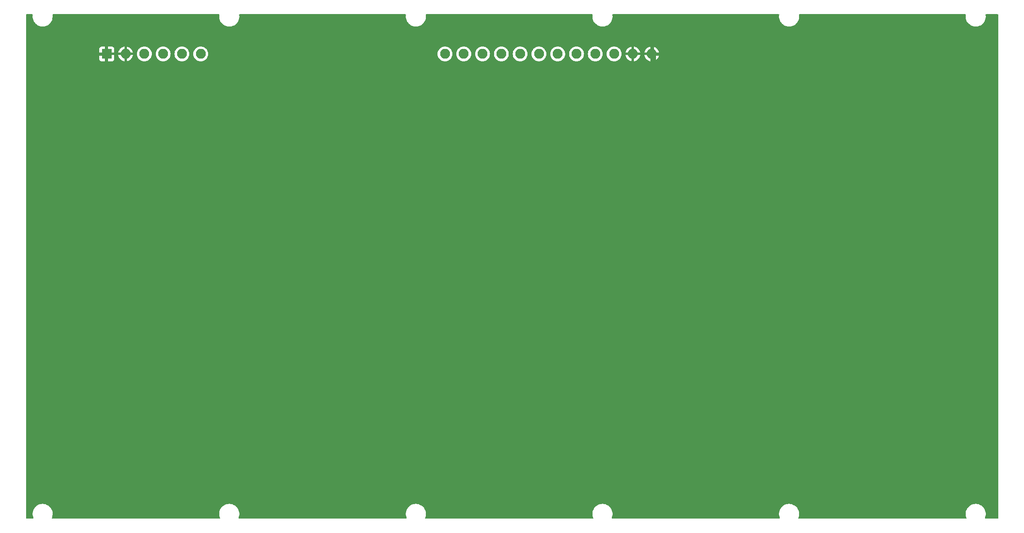
<source format=gbl>
G04 #@! TF.GenerationSoftware,KiCad,Pcbnew,(6.0.6)*
G04 #@! TF.CreationDate,2022-08-19T10:49:20-05:00*
G04 #@! TF.ProjectId,gndplate,676e6470-6c61-4746-952e-6b696361645f,rev?*
G04 #@! TF.SameCoordinates,Original*
G04 #@! TF.FileFunction,Copper,L2,Bot*
G04 #@! TF.FilePolarity,Positive*
%FSLAX46Y46*%
G04 Gerber Fmt 4.6, Leading zero omitted, Abs format (unit mm)*
G04 Created by KiCad (PCBNEW (6.0.6)) date 2022-08-19 10:49:20*
%MOMM*%
%LPD*%
G01*
G04 APERTURE LIST*
G04 #@! TA.AperFunction,ComponentPad*
%ADD10R,2.100000X2.100000*%
G04 #@! TD*
G04 #@! TA.AperFunction,ComponentPad*
%ADD11O,2.100000X2.100000*%
G04 #@! TD*
G04 #@! TA.AperFunction,ViaPad*
%ADD12C,0.800000*%
G04 #@! TD*
G04 #@! TA.AperFunction,Conductor*
%ADD13C,0.700000*%
G04 #@! TD*
G04 APERTURE END LIST*
D10*
X40020000Y-37890000D03*
D11*
X43980000Y-37890000D03*
X47940000Y-37890000D03*
X51900000Y-37890000D03*
X55860000Y-37890000D03*
X59820000Y-37890000D03*
X111300000Y-37890000D03*
X115260000Y-37890000D03*
X119220000Y-37890000D03*
X123180000Y-37890000D03*
X127140000Y-37890000D03*
X131100000Y-37890000D03*
X135060000Y-37890000D03*
X139020000Y-37890000D03*
X142980000Y-37890000D03*
X146940000Y-37890000D03*
X150900000Y-37890000D03*
X154860000Y-37890000D03*
D12*
X70000000Y-110000000D03*
X80000000Y-120000000D03*
X54285000Y-40312500D03*
X80000000Y-100000000D03*
X60000000Y-110000000D03*
X80000000Y-50000000D03*
X60000000Y-80000000D03*
X60000000Y-100000000D03*
X60000000Y-60000000D03*
X60000000Y-70000000D03*
X80000000Y-70000000D03*
X70000000Y-80000000D03*
X80000000Y-110000000D03*
X80000000Y-40000000D03*
X70000000Y-100000000D03*
X70000000Y-40000000D03*
X70000000Y-120000000D03*
X80000000Y-60000000D03*
X60000000Y-90000000D03*
X70000000Y-70000000D03*
X70000000Y-50000000D03*
X80000000Y-90000000D03*
X60000000Y-50000000D03*
X80000000Y-80000000D03*
X70000000Y-60000000D03*
X70000000Y-90000000D03*
X60000000Y-120000000D03*
X100000000Y-110000000D03*
X110000000Y-120000000D03*
X90000000Y-40000000D03*
X130000000Y-50000000D03*
X140000000Y-60000000D03*
X140000000Y-40000000D03*
X110000000Y-100000000D03*
X120000000Y-50000000D03*
X90000000Y-110000000D03*
X110000000Y-50000000D03*
X140000000Y-80000000D03*
X130000000Y-120000000D03*
X90000000Y-80000000D03*
X140000000Y-110000000D03*
X130000000Y-60000000D03*
X90000000Y-100000000D03*
X130000000Y-90000000D03*
X90000000Y-60000000D03*
X140000000Y-70000000D03*
X90000000Y-70000000D03*
X110000000Y-70000000D03*
X130000000Y-40000000D03*
X130000000Y-100000000D03*
X100000000Y-80000000D03*
X110000000Y-110000000D03*
X140000000Y-100000000D03*
X110000000Y-40000000D03*
X100000000Y-100000000D03*
X100000000Y-40000000D03*
X130000000Y-80000000D03*
X130000000Y-110000000D03*
X130000000Y-70000000D03*
X100000000Y-120000000D03*
X110000000Y-60000000D03*
X90000000Y-90000000D03*
X120000000Y-100000000D03*
X120000000Y-60000000D03*
X100000000Y-70000000D03*
X120000000Y-110000000D03*
X120000000Y-70000000D03*
X100000000Y-50000000D03*
X120000000Y-80000000D03*
X140000000Y-50000000D03*
X120000000Y-40000000D03*
X140000000Y-120000000D03*
X120000000Y-90000000D03*
X140000000Y-90000000D03*
X110000000Y-90000000D03*
X90000000Y-50000000D03*
X110000000Y-80000000D03*
X100000000Y-60000000D03*
X100000000Y-90000000D03*
X90000000Y-120000000D03*
X120000000Y-120000000D03*
X160000000Y-110000000D03*
X170000000Y-120000000D03*
X150000000Y-40000000D03*
X190000000Y-50000000D03*
X220000000Y-50000000D03*
X200000000Y-60000000D03*
X200000000Y-40000000D03*
X170000000Y-100000000D03*
X180000000Y-50000000D03*
X150000000Y-110000000D03*
X170000000Y-50000000D03*
X200000000Y-80000000D03*
X190000000Y-120000000D03*
X150000000Y-80000000D03*
X200000000Y-110000000D03*
X210000000Y-90000000D03*
X190000000Y-60000000D03*
X210000000Y-70000000D03*
X150000000Y-100000000D03*
X190000000Y-90000000D03*
X150000000Y-60000000D03*
X210000000Y-100000000D03*
X210000000Y-60000000D03*
X200000000Y-70000000D03*
X150000000Y-70000000D03*
X170000000Y-70000000D03*
X190000000Y-40000000D03*
X220000000Y-70000000D03*
X210000000Y-40000000D03*
X220000000Y-110000000D03*
X220000000Y-90000000D03*
X190000000Y-100000000D03*
X160000000Y-80000000D03*
X210000000Y-50000000D03*
X170000000Y-110000000D03*
X200000000Y-100000000D03*
X220000000Y-60000000D03*
X170000000Y-40000000D03*
X160000000Y-100000000D03*
X160000000Y-40000000D03*
X190000000Y-80000000D03*
X190000000Y-110000000D03*
X190000000Y-70000000D03*
X160000000Y-120000000D03*
X170000000Y-60000000D03*
X150000000Y-90000000D03*
X220000000Y-80000000D03*
X180000000Y-100000000D03*
X210000000Y-80000000D03*
X180000000Y-60000000D03*
X160000000Y-70000000D03*
X180000000Y-110000000D03*
X180000000Y-70000000D03*
X160000000Y-50000000D03*
X220000000Y-100000000D03*
X180000000Y-80000000D03*
X200000000Y-50000000D03*
X180000000Y-40000000D03*
X210000000Y-110000000D03*
X200000000Y-120000000D03*
X180000000Y-90000000D03*
X200000000Y-90000000D03*
X170000000Y-90000000D03*
X220000000Y-120000000D03*
X150000000Y-50000000D03*
X220000000Y-40000000D03*
X210000000Y-120000000D03*
X170000000Y-80000000D03*
X160000000Y-60000000D03*
X160000000Y-90000000D03*
X150000000Y-120000000D03*
X180000000Y-120000000D03*
X170000000Y-130000000D03*
X110000000Y-130000000D03*
X50000000Y-130000000D03*
X70000000Y-130000000D03*
X140000000Y-130000000D03*
X40000000Y-130000000D03*
X220000000Y-130000000D03*
X180000000Y-130000000D03*
X160000000Y-130000000D03*
X210000000Y-130000000D03*
X150000000Y-130000000D03*
X190000000Y-130000000D03*
X80000000Y-130000000D03*
X200000000Y-130000000D03*
X100000000Y-130000000D03*
X120000000Y-130000000D03*
X90000000Y-130000000D03*
X30000000Y-130000000D03*
X60000000Y-130000000D03*
X130000000Y-130000000D03*
X40000000Y-60000000D03*
X50000000Y-110000000D03*
X40000000Y-100000000D03*
X50000000Y-120000000D03*
X50000000Y-60000000D03*
X30000000Y-60000000D03*
X30000000Y-110000000D03*
X30000000Y-70000000D03*
X30000000Y-90000000D03*
X40000000Y-90000000D03*
X30000000Y-100000000D03*
X40000000Y-80000000D03*
X40000000Y-120000000D03*
X44285000Y-40312500D03*
X30000000Y-50000000D03*
X34285000Y-40312500D03*
X50000000Y-70000000D03*
X30000000Y-120000000D03*
X40000000Y-50000000D03*
X30000000Y-80000000D03*
X50000000Y-90000000D03*
X50000000Y-80000000D03*
X50000000Y-100000000D03*
X40000000Y-110000000D03*
X40000000Y-70000000D03*
X30000000Y-40000000D03*
X50000000Y-50000000D03*
D13*
X157735000Y-37920000D02*
X155050000Y-37920000D01*
X155465000Y-38335000D02*
X155465000Y-39950000D01*
X36285000Y-37932500D02*
X36295000Y-37922500D01*
X155775000Y-40260000D02*
X156015000Y-40260000D01*
X155050000Y-35165000D02*
X155055000Y-35160000D01*
X39980000Y-41767500D02*
X39980000Y-37922500D01*
X39980000Y-41767500D02*
X40005000Y-41792500D01*
X155050000Y-35165000D02*
X155050000Y-37920000D01*
X39980000Y-37922500D02*
X39980000Y-38037500D01*
X39980000Y-37922500D02*
X36295000Y-37922500D01*
X39980000Y-33297500D02*
X39980000Y-37922500D01*
X155465000Y-39950000D02*
X155775000Y-40260000D01*
X39980000Y-33297500D02*
X39985000Y-33292500D01*
X155050000Y-37920000D02*
X155465000Y-38335000D01*
G04 #@! TA.AperFunction,Conductor*
G36*
X24364299Y-29520002D02*
G01*
X24410792Y-29573658D01*
X24420921Y-29643753D01*
X24392249Y-29845216D01*
X24392227Y-29849505D01*
X24392226Y-29849512D01*
X24390765Y-30128417D01*
X24390743Y-30132703D01*
X24428268Y-30417734D01*
X24504129Y-30695036D01*
X24616923Y-30959476D01*
X24764561Y-31206161D01*
X24944313Y-31430528D01*
X25152851Y-31628423D01*
X25386317Y-31796186D01*
X25390112Y-31798195D01*
X25390113Y-31798196D01*
X25411869Y-31809715D01*
X25640392Y-31930712D01*
X25910373Y-32029511D01*
X26191264Y-32090755D01*
X26219841Y-32093004D01*
X26414282Y-32108307D01*
X26414291Y-32108307D01*
X26416739Y-32108500D01*
X26572271Y-32108500D01*
X26574407Y-32108354D01*
X26574418Y-32108354D01*
X26782548Y-32094165D01*
X26782554Y-32094164D01*
X26786825Y-32093873D01*
X26791020Y-32093004D01*
X26791022Y-32093004D01*
X26927584Y-32064723D01*
X27068342Y-32035574D01*
X27339343Y-31939607D01*
X27594812Y-31807750D01*
X27598313Y-31805289D01*
X27598317Y-31805287D01*
X27712418Y-31725095D01*
X27830023Y-31642441D01*
X28040622Y-31446740D01*
X28222713Y-31224268D01*
X28372927Y-30979142D01*
X28488483Y-30715898D01*
X28567244Y-30439406D01*
X28607751Y-30154784D01*
X28607845Y-30136951D01*
X28609235Y-29871583D01*
X28609235Y-29871576D01*
X28609257Y-29867297D01*
X28579655Y-29642446D01*
X28590594Y-29572297D01*
X28637723Y-29519199D01*
X28704577Y-29500000D01*
X63626178Y-29500000D01*
X63694299Y-29520002D01*
X63740792Y-29573658D01*
X63750921Y-29643753D01*
X63722249Y-29845216D01*
X63722227Y-29849505D01*
X63722226Y-29849512D01*
X63720765Y-30128417D01*
X63720743Y-30132703D01*
X63758268Y-30417734D01*
X63834129Y-30695036D01*
X63946923Y-30959476D01*
X64094561Y-31206161D01*
X64274313Y-31430528D01*
X64482851Y-31628423D01*
X64716317Y-31796186D01*
X64720112Y-31798195D01*
X64720113Y-31798196D01*
X64741869Y-31809715D01*
X64970392Y-31930712D01*
X65240373Y-32029511D01*
X65521264Y-32090755D01*
X65549841Y-32093004D01*
X65744282Y-32108307D01*
X65744291Y-32108307D01*
X65746739Y-32108500D01*
X65902271Y-32108500D01*
X65904407Y-32108354D01*
X65904418Y-32108354D01*
X66112548Y-32094165D01*
X66112554Y-32094164D01*
X66116825Y-32093873D01*
X66121020Y-32093004D01*
X66121022Y-32093004D01*
X66257584Y-32064723D01*
X66398342Y-32035574D01*
X66669343Y-31939607D01*
X66924812Y-31807750D01*
X66928313Y-31805289D01*
X66928317Y-31805287D01*
X67042418Y-31725095D01*
X67160023Y-31642441D01*
X67370622Y-31446740D01*
X67552713Y-31224268D01*
X67702927Y-30979142D01*
X67818483Y-30715898D01*
X67897244Y-30439406D01*
X67937751Y-30154784D01*
X67937845Y-30136951D01*
X67939235Y-29871583D01*
X67939235Y-29871576D01*
X67939257Y-29867297D01*
X67909655Y-29642446D01*
X67920594Y-29572297D01*
X67967723Y-29519199D01*
X68034577Y-29500000D01*
X102956178Y-29500000D01*
X103024299Y-29520002D01*
X103070792Y-29573658D01*
X103080921Y-29643753D01*
X103052249Y-29845216D01*
X103052227Y-29849505D01*
X103052226Y-29849512D01*
X103050765Y-30128417D01*
X103050743Y-30132703D01*
X103088268Y-30417734D01*
X103164129Y-30695036D01*
X103276923Y-30959476D01*
X103424561Y-31206161D01*
X103604313Y-31430528D01*
X103812851Y-31628423D01*
X104046317Y-31796186D01*
X104050112Y-31798195D01*
X104050113Y-31798196D01*
X104071869Y-31809715D01*
X104300392Y-31930712D01*
X104570373Y-32029511D01*
X104851264Y-32090755D01*
X104879841Y-32093004D01*
X105074282Y-32108307D01*
X105074291Y-32108307D01*
X105076739Y-32108500D01*
X105232271Y-32108500D01*
X105234407Y-32108354D01*
X105234418Y-32108354D01*
X105442548Y-32094165D01*
X105442554Y-32094164D01*
X105446825Y-32093873D01*
X105451020Y-32093004D01*
X105451022Y-32093004D01*
X105587584Y-32064723D01*
X105728342Y-32035574D01*
X105999343Y-31939607D01*
X106254812Y-31807750D01*
X106258313Y-31805289D01*
X106258317Y-31805287D01*
X106372418Y-31725095D01*
X106490023Y-31642441D01*
X106700622Y-31446740D01*
X106882713Y-31224268D01*
X107032927Y-30979142D01*
X107148483Y-30715898D01*
X107227244Y-30439406D01*
X107267751Y-30154784D01*
X107267845Y-30136951D01*
X107269235Y-29871583D01*
X107269235Y-29871576D01*
X107269257Y-29867297D01*
X107239655Y-29642446D01*
X107250594Y-29572297D01*
X107297723Y-29519199D01*
X107364577Y-29500000D01*
X142286178Y-29500000D01*
X142354299Y-29520002D01*
X142400792Y-29573658D01*
X142410921Y-29643753D01*
X142382249Y-29845216D01*
X142382227Y-29849505D01*
X142382226Y-29849512D01*
X142380765Y-30128417D01*
X142380743Y-30132703D01*
X142418268Y-30417734D01*
X142494129Y-30695036D01*
X142606923Y-30959476D01*
X142754561Y-31206161D01*
X142934313Y-31430528D01*
X143142851Y-31628423D01*
X143376317Y-31796186D01*
X143380112Y-31798195D01*
X143380113Y-31798196D01*
X143401869Y-31809715D01*
X143630392Y-31930712D01*
X143900373Y-32029511D01*
X144181264Y-32090755D01*
X144209841Y-32093004D01*
X144404282Y-32108307D01*
X144404291Y-32108307D01*
X144406739Y-32108500D01*
X144562271Y-32108500D01*
X144564407Y-32108354D01*
X144564418Y-32108354D01*
X144772548Y-32094165D01*
X144772554Y-32094164D01*
X144776825Y-32093873D01*
X144781020Y-32093004D01*
X144781022Y-32093004D01*
X144917584Y-32064723D01*
X145058342Y-32035574D01*
X145329343Y-31939607D01*
X145584812Y-31807750D01*
X145588313Y-31805289D01*
X145588317Y-31805287D01*
X145702418Y-31725095D01*
X145820023Y-31642441D01*
X146030622Y-31446740D01*
X146212713Y-31224268D01*
X146362927Y-30979142D01*
X146478483Y-30715898D01*
X146557244Y-30439406D01*
X146597751Y-30154784D01*
X146597845Y-30136951D01*
X146599235Y-29871583D01*
X146599235Y-29871576D01*
X146599257Y-29867297D01*
X146569655Y-29642446D01*
X146580594Y-29572297D01*
X146627723Y-29519199D01*
X146694577Y-29500000D01*
X181616178Y-29500000D01*
X181684299Y-29520002D01*
X181730792Y-29573658D01*
X181740921Y-29643753D01*
X181712249Y-29845216D01*
X181712227Y-29849505D01*
X181712226Y-29849512D01*
X181710765Y-30128417D01*
X181710743Y-30132703D01*
X181748268Y-30417734D01*
X181824129Y-30695036D01*
X181936923Y-30959476D01*
X182084561Y-31206161D01*
X182264313Y-31430528D01*
X182472851Y-31628423D01*
X182706317Y-31796186D01*
X182710112Y-31798195D01*
X182710113Y-31798196D01*
X182731869Y-31809715D01*
X182960392Y-31930712D01*
X183230373Y-32029511D01*
X183511264Y-32090755D01*
X183539841Y-32093004D01*
X183734282Y-32108307D01*
X183734291Y-32108307D01*
X183736739Y-32108500D01*
X183892271Y-32108500D01*
X183894407Y-32108354D01*
X183894418Y-32108354D01*
X184102548Y-32094165D01*
X184102554Y-32094164D01*
X184106825Y-32093873D01*
X184111020Y-32093004D01*
X184111022Y-32093004D01*
X184247584Y-32064723D01*
X184388342Y-32035574D01*
X184659343Y-31939607D01*
X184914812Y-31807750D01*
X184918313Y-31805289D01*
X184918317Y-31805287D01*
X185032418Y-31725095D01*
X185150023Y-31642441D01*
X185360622Y-31446740D01*
X185542713Y-31224268D01*
X185692927Y-30979142D01*
X185808483Y-30715898D01*
X185887244Y-30439406D01*
X185927751Y-30154784D01*
X185927845Y-30136951D01*
X185929235Y-29871583D01*
X185929235Y-29871576D01*
X185929257Y-29867297D01*
X185899655Y-29642446D01*
X185910594Y-29572297D01*
X185957723Y-29519199D01*
X186024577Y-29500000D01*
X220946178Y-29500000D01*
X221014299Y-29520002D01*
X221060792Y-29573658D01*
X221070921Y-29643753D01*
X221042249Y-29845216D01*
X221042227Y-29849505D01*
X221042226Y-29849512D01*
X221040765Y-30128417D01*
X221040743Y-30132703D01*
X221078268Y-30417734D01*
X221154129Y-30695036D01*
X221266923Y-30959476D01*
X221414561Y-31206161D01*
X221594313Y-31430528D01*
X221802851Y-31628423D01*
X222036317Y-31796186D01*
X222040112Y-31798195D01*
X222040113Y-31798196D01*
X222061869Y-31809715D01*
X222290392Y-31930712D01*
X222560373Y-32029511D01*
X222841264Y-32090755D01*
X222869841Y-32093004D01*
X223064282Y-32108307D01*
X223064291Y-32108307D01*
X223066739Y-32108500D01*
X223222271Y-32108500D01*
X223224407Y-32108354D01*
X223224418Y-32108354D01*
X223432548Y-32094165D01*
X223432554Y-32094164D01*
X223436825Y-32093873D01*
X223441020Y-32093004D01*
X223441022Y-32093004D01*
X223577584Y-32064723D01*
X223718342Y-32035574D01*
X223989343Y-31939607D01*
X224244812Y-31807750D01*
X224248313Y-31805289D01*
X224248317Y-31805287D01*
X224362418Y-31725095D01*
X224480023Y-31642441D01*
X224690622Y-31446740D01*
X224872713Y-31224268D01*
X225022927Y-30979142D01*
X225138483Y-30715898D01*
X225217244Y-30439406D01*
X225257751Y-30154784D01*
X225257845Y-30136951D01*
X225259235Y-29871583D01*
X225259235Y-29871576D01*
X225259257Y-29867297D01*
X225229655Y-29642446D01*
X225240594Y-29572297D01*
X225287723Y-29519199D01*
X225354577Y-29500000D01*
X227765500Y-29500000D01*
X227833621Y-29520002D01*
X227880114Y-29573658D01*
X227891500Y-29626000D01*
X227891500Y-135874000D01*
X227871498Y-135942121D01*
X227817842Y-135988614D01*
X227765500Y-136000000D01*
X225206686Y-136000000D01*
X225138565Y-135979998D01*
X225092072Y-135926342D01*
X225081968Y-135856068D01*
X225091311Y-135823359D01*
X225138483Y-135715898D01*
X225217244Y-135439406D01*
X225257751Y-135154784D01*
X225257845Y-135136951D01*
X225259235Y-134871583D01*
X225259235Y-134871576D01*
X225259257Y-134867297D01*
X225221732Y-134582266D01*
X225145871Y-134304964D01*
X225033077Y-134040524D01*
X224885439Y-133793839D01*
X224705687Y-133569472D01*
X224497149Y-133371577D01*
X224263683Y-133203814D01*
X224241843Y-133192250D01*
X224218654Y-133179972D01*
X224009608Y-133069288D01*
X223739627Y-132970489D01*
X223458736Y-132909245D01*
X223427685Y-132906801D01*
X223235718Y-132891693D01*
X223235709Y-132891693D01*
X223233261Y-132891500D01*
X223077729Y-132891500D01*
X223075593Y-132891646D01*
X223075582Y-132891646D01*
X222867452Y-132905835D01*
X222867446Y-132905836D01*
X222863175Y-132906127D01*
X222858980Y-132906996D01*
X222858978Y-132906996D01*
X222722417Y-132935276D01*
X222581658Y-132964426D01*
X222310657Y-133060393D01*
X222055188Y-133192250D01*
X222051687Y-133194711D01*
X222051683Y-133194713D01*
X222041594Y-133201804D01*
X221819977Y-133357559D01*
X221609378Y-133553260D01*
X221427287Y-133775732D01*
X221277073Y-134020858D01*
X221161517Y-134284102D01*
X221082756Y-134560594D01*
X221042249Y-134845216D01*
X221042227Y-134849505D01*
X221042226Y-134849512D01*
X221040765Y-135128417D01*
X221040743Y-135132703D01*
X221078268Y-135417734D01*
X221154129Y-135695036D01*
X221155813Y-135698984D01*
X221209378Y-135824565D01*
X221217707Y-135895072D01*
X221186594Y-135958888D01*
X221125919Y-135995753D01*
X221093481Y-136000000D01*
X185876686Y-136000000D01*
X185808565Y-135979998D01*
X185762072Y-135926342D01*
X185751968Y-135856068D01*
X185761311Y-135823359D01*
X185808483Y-135715898D01*
X185887244Y-135439406D01*
X185927751Y-135154784D01*
X185927845Y-135136951D01*
X185929235Y-134871583D01*
X185929235Y-134871576D01*
X185929257Y-134867297D01*
X185891732Y-134582266D01*
X185815871Y-134304964D01*
X185703077Y-134040524D01*
X185555439Y-133793839D01*
X185375687Y-133569472D01*
X185167149Y-133371577D01*
X184933683Y-133203814D01*
X184911843Y-133192250D01*
X184888654Y-133179972D01*
X184679608Y-133069288D01*
X184409627Y-132970489D01*
X184128736Y-132909245D01*
X184097685Y-132906801D01*
X183905718Y-132891693D01*
X183905709Y-132891693D01*
X183903261Y-132891500D01*
X183747729Y-132891500D01*
X183745593Y-132891646D01*
X183745582Y-132891646D01*
X183537452Y-132905835D01*
X183537446Y-132905836D01*
X183533175Y-132906127D01*
X183528980Y-132906996D01*
X183528978Y-132906996D01*
X183392417Y-132935276D01*
X183251658Y-132964426D01*
X182980657Y-133060393D01*
X182725188Y-133192250D01*
X182721687Y-133194711D01*
X182721683Y-133194713D01*
X182711594Y-133201804D01*
X182489977Y-133357559D01*
X182279378Y-133553260D01*
X182097287Y-133775732D01*
X181947073Y-134020858D01*
X181831517Y-134284102D01*
X181752756Y-134560594D01*
X181712249Y-134845216D01*
X181712227Y-134849505D01*
X181712226Y-134849512D01*
X181710765Y-135128417D01*
X181710743Y-135132703D01*
X181748268Y-135417734D01*
X181824129Y-135695036D01*
X181825813Y-135698984D01*
X181879378Y-135824565D01*
X181887707Y-135895072D01*
X181856594Y-135958888D01*
X181795919Y-135995753D01*
X181763481Y-136000000D01*
X146546686Y-136000000D01*
X146478565Y-135979998D01*
X146432072Y-135926342D01*
X146421968Y-135856068D01*
X146431311Y-135823359D01*
X146478483Y-135715898D01*
X146557244Y-135439406D01*
X146597751Y-135154784D01*
X146597845Y-135136951D01*
X146599235Y-134871583D01*
X146599235Y-134871576D01*
X146599257Y-134867297D01*
X146561732Y-134582266D01*
X146485871Y-134304964D01*
X146373077Y-134040524D01*
X146225439Y-133793839D01*
X146045687Y-133569472D01*
X145837149Y-133371577D01*
X145603683Y-133203814D01*
X145581843Y-133192250D01*
X145558654Y-133179972D01*
X145349608Y-133069288D01*
X145079627Y-132970489D01*
X144798736Y-132909245D01*
X144767685Y-132906801D01*
X144575718Y-132891693D01*
X144575709Y-132891693D01*
X144573261Y-132891500D01*
X144417729Y-132891500D01*
X144415593Y-132891646D01*
X144415582Y-132891646D01*
X144207452Y-132905835D01*
X144207446Y-132905836D01*
X144203175Y-132906127D01*
X144198980Y-132906996D01*
X144198978Y-132906996D01*
X144062417Y-132935276D01*
X143921658Y-132964426D01*
X143650657Y-133060393D01*
X143395188Y-133192250D01*
X143391687Y-133194711D01*
X143391683Y-133194713D01*
X143381594Y-133201804D01*
X143159977Y-133357559D01*
X142949378Y-133553260D01*
X142767287Y-133775732D01*
X142617073Y-134020858D01*
X142501517Y-134284102D01*
X142422756Y-134560594D01*
X142382249Y-134845216D01*
X142382227Y-134849505D01*
X142382226Y-134849512D01*
X142380765Y-135128417D01*
X142380743Y-135132703D01*
X142418268Y-135417734D01*
X142494129Y-135695036D01*
X142495813Y-135698984D01*
X142549378Y-135824565D01*
X142557707Y-135895072D01*
X142526594Y-135958888D01*
X142465919Y-135995753D01*
X142433481Y-136000000D01*
X107216686Y-136000000D01*
X107148565Y-135979998D01*
X107102072Y-135926342D01*
X107091968Y-135856068D01*
X107101311Y-135823359D01*
X107148483Y-135715898D01*
X107227244Y-135439406D01*
X107267751Y-135154784D01*
X107267845Y-135136951D01*
X107269235Y-134871583D01*
X107269235Y-134871576D01*
X107269257Y-134867297D01*
X107231732Y-134582266D01*
X107155871Y-134304964D01*
X107043077Y-134040524D01*
X106895439Y-133793839D01*
X106715687Y-133569472D01*
X106507149Y-133371577D01*
X106273683Y-133203814D01*
X106251843Y-133192250D01*
X106228654Y-133179972D01*
X106019608Y-133069288D01*
X105749627Y-132970489D01*
X105468736Y-132909245D01*
X105437685Y-132906801D01*
X105245718Y-132891693D01*
X105245709Y-132891693D01*
X105243261Y-132891500D01*
X105087729Y-132891500D01*
X105085593Y-132891646D01*
X105085582Y-132891646D01*
X104877452Y-132905835D01*
X104877446Y-132905836D01*
X104873175Y-132906127D01*
X104868980Y-132906996D01*
X104868978Y-132906996D01*
X104732417Y-132935276D01*
X104591658Y-132964426D01*
X104320657Y-133060393D01*
X104065188Y-133192250D01*
X104061687Y-133194711D01*
X104061683Y-133194713D01*
X104051594Y-133201804D01*
X103829977Y-133357559D01*
X103619378Y-133553260D01*
X103437287Y-133775732D01*
X103287073Y-134020858D01*
X103171517Y-134284102D01*
X103092756Y-134560594D01*
X103052249Y-134845216D01*
X103052227Y-134849505D01*
X103052226Y-134849512D01*
X103050765Y-135128417D01*
X103050743Y-135132703D01*
X103088268Y-135417734D01*
X103164129Y-135695036D01*
X103165813Y-135698984D01*
X103219378Y-135824565D01*
X103227707Y-135895072D01*
X103196594Y-135958888D01*
X103135919Y-135995753D01*
X103103481Y-136000000D01*
X67886686Y-136000000D01*
X67818565Y-135979998D01*
X67772072Y-135926342D01*
X67761968Y-135856068D01*
X67771311Y-135823359D01*
X67818483Y-135715898D01*
X67897244Y-135439406D01*
X67937751Y-135154784D01*
X67937845Y-135136951D01*
X67939235Y-134871583D01*
X67939235Y-134871576D01*
X67939257Y-134867297D01*
X67901732Y-134582266D01*
X67825871Y-134304964D01*
X67713077Y-134040524D01*
X67565439Y-133793839D01*
X67385687Y-133569472D01*
X67177149Y-133371577D01*
X66943683Y-133203814D01*
X66921843Y-133192250D01*
X66898654Y-133179972D01*
X66689608Y-133069288D01*
X66419627Y-132970489D01*
X66138736Y-132909245D01*
X66107685Y-132906801D01*
X65915718Y-132891693D01*
X65915709Y-132891693D01*
X65913261Y-132891500D01*
X65757729Y-132891500D01*
X65755593Y-132891646D01*
X65755582Y-132891646D01*
X65547452Y-132905835D01*
X65547446Y-132905836D01*
X65543175Y-132906127D01*
X65538980Y-132906996D01*
X65538978Y-132906996D01*
X65402417Y-132935276D01*
X65261658Y-132964426D01*
X64990657Y-133060393D01*
X64735188Y-133192250D01*
X64731687Y-133194711D01*
X64731683Y-133194713D01*
X64721594Y-133201804D01*
X64499977Y-133357559D01*
X64289378Y-133553260D01*
X64107287Y-133775732D01*
X63957073Y-134020858D01*
X63841517Y-134284102D01*
X63762756Y-134560594D01*
X63722249Y-134845216D01*
X63722227Y-134849505D01*
X63722226Y-134849512D01*
X63720765Y-135128417D01*
X63720743Y-135132703D01*
X63758268Y-135417734D01*
X63834129Y-135695036D01*
X63835813Y-135698984D01*
X63889378Y-135824565D01*
X63897707Y-135895072D01*
X63866594Y-135958888D01*
X63805919Y-135995753D01*
X63773481Y-136000000D01*
X28556686Y-136000000D01*
X28488565Y-135979998D01*
X28442072Y-135926342D01*
X28431968Y-135856068D01*
X28441311Y-135823359D01*
X28488483Y-135715898D01*
X28567244Y-135439406D01*
X28607751Y-135154784D01*
X28607845Y-135136951D01*
X28609235Y-134871583D01*
X28609235Y-134871576D01*
X28609257Y-134867297D01*
X28571732Y-134582266D01*
X28495871Y-134304964D01*
X28383077Y-134040524D01*
X28235439Y-133793839D01*
X28055687Y-133569472D01*
X27847149Y-133371577D01*
X27613683Y-133203814D01*
X27591843Y-133192250D01*
X27568654Y-133179972D01*
X27359608Y-133069288D01*
X27089627Y-132970489D01*
X26808736Y-132909245D01*
X26777685Y-132906801D01*
X26585718Y-132891693D01*
X26585709Y-132891693D01*
X26583261Y-132891500D01*
X26427729Y-132891500D01*
X26425593Y-132891646D01*
X26425582Y-132891646D01*
X26217452Y-132905835D01*
X26217446Y-132905836D01*
X26213175Y-132906127D01*
X26208980Y-132906996D01*
X26208978Y-132906996D01*
X26072417Y-132935276D01*
X25931658Y-132964426D01*
X25660657Y-133060393D01*
X25405188Y-133192250D01*
X25401687Y-133194711D01*
X25401683Y-133194713D01*
X25391594Y-133201804D01*
X25169977Y-133357559D01*
X24959378Y-133553260D01*
X24777287Y-133775732D01*
X24627073Y-134020858D01*
X24511517Y-134284102D01*
X24432756Y-134560594D01*
X24392249Y-134845216D01*
X24392227Y-134849505D01*
X24392226Y-134849512D01*
X24390765Y-135128417D01*
X24390743Y-135132703D01*
X24428268Y-135417734D01*
X24504129Y-135695036D01*
X24505813Y-135698984D01*
X24559378Y-135824565D01*
X24567707Y-135895072D01*
X24536594Y-135958888D01*
X24475919Y-135995753D01*
X24443481Y-136000000D01*
X23134500Y-136000000D01*
X23066379Y-135979998D01*
X23019886Y-135926342D01*
X23008500Y-135874000D01*
X23008500Y-38984669D01*
X38462001Y-38984669D01*
X38462371Y-38991490D01*
X38467895Y-39042352D01*
X38471521Y-39057604D01*
X38516676Y-39178054D01*
X38525214Y-39193649D01*
X38601715Y-39295724D01*
X38614276Y-39308285D01*
X38716351Y-39384786D01*
X38731946Y-39393324D01*
X38852394Y-39438478D01*
X38867649Y-39442105D01*
X38918514Y-39447631D01*
X38925328Y-39448000D01*
X39747885Y-39448000D01*
X39763124Y-39443525D01*
X39764329Y-39442135D01*
X39766000Y-39434452D01*
X39766000Y-39429884D01*
X40274000Y-39429884D01*
X40278475Y-39445123D01*
X40279865Y-39446328D01*
X40287548Y-39447999D01*
X41114669Y-39447999D01*
X41121490Y-39447629D01*
X41172352Y-39442105D01*
X41187604Y-39438479D01*
X41308054Y-39393324D01*
X41323649Y-39384786D01*
X41425724Y-39308285D01*
X41438285Y-39295724D01*
X41514786Y-39193649D01*
X41523324Y-39178054D01*
X41568478Y-39057606D01*
X41572105Y-39042351D01*
X41577631Y-38991486D01*
X41578000Y-38984672D01*
X41578000Y-38162115D01*
X41576625Y-38157431D01*
X42441933Y-38157431D01*
X42492517Y-38368125D01*
X42495566Y-38377510D01*
X42585625Y-38594933D01*
X42590107Y-38603728D01*
X42713065Y-38804376D01*
X42718872Y-38812369D01*
X42871708Y-38991317D01*
X42878683Y-38998292D01*
X43057631Y-39151128D01*
X43065624Y-39156935D01*
X43266272Y-39279893D01*
X43275067Y-39284375D01*
X43492490Y-39374434D01*
X43501875Y-39377483D01*
X43708385Y-39427062D01*
X43722470Y-39426357D01*
X43726000Y-39417478D01*
X43726000Y-39413176D01*
X44234000Y-39413176D01*
X44237973Y-39426707D01*
X44247431Y-39428067D01*
X44458125Y-39377483D01*
X44467510Y-39374434D01*
X44684933Y-39284375D01*
X44693728Y-39279893D01*
X44894376Y-39156935D01*
X44902369Y-39151128D01*
X45081317Y-38998292D01*
X45088292Y-38991317D01*
X45241128Y-38812369D01*
X45246935Y-38804376D01*
X45369893Y-38603728D01*
X45374375Y-38594933D01*
X45464434Y-38377510D01*
X45467483Y-38368125D01*
X45517062Y-38161615D01*
X45516357Y-38147530D01*
X45507478Y-38144000D01*
X44252115Y-38144000D01*
X44236876Y-38148475D01*
X44235671Y-38149865D01*
X44234000Y-38157548D01*
X44234000Y-39413176D01*
X43726000Y-39413176D01*
X43726000Y-38162115D01*
X43721525Y-38146876D01*
X43720135Y-38145671D01*
X43712452Y-38144000D01*
X42456824Y-38144000D01*
X42443293Y-38147973D01*
X42441933Y-38157431D01*
X41576625Y-38157431D01*
X41573525Y-38146876D01*
X41572135Y-38145671D01*
X41564452Y-38144000D01*
X40292115Y-38144000D01*
X40276876Y-38148475D01*
X40275671Y-38149865D01*
X40274000Y-38157548D01*
X40274000Y-39429884D01*
X39766000Y-39429884D01*
X39766000Y-38162115D01*
X39761525Y-38146876D01*
X39760135Y-38145671D01*
X39752452Y-38144000D01*
X38480116Y-38144000D01*
X38464877Y-38148475D01*
X38463672Y-38149865D01*
X38462001Y-38157548D01*
X38462001Y-38984669D01*
X23008500Y-38984669D01*
X23008500Y-37890000D01*
X46376681Y-37890000D01*
X46395928Y-38134557D01*
X46397082Y-38139364D01*
X46397083Y-38139370D01*
X46402424Y-38161615D01*
X46453195Y-38373092D01*
X46547073Y-38599732D01*
X46675248Y-38808896D01*
X46834567Y-38995433D01*
X46838323Y-38998641D01*
X47016861Y-39151128D01*
X47021104Y-39154752D01*
X47025327Y-39157340D01*
X47025330Y-39157342D01*
X47094515Y-39199738D01*
X47230268Y-39282927D01*
X47374967Y-39342864D01*
X47452335Y-39374911D01*
X47452337Y-39374912D01*
X47456908Y-39376805D01*
X47525715Y-39393324D01*
X47690630Y-39432917D01*
X47690636Y-39432918D01*
X47695443Y-39434072D01*
X47940000Y-39453319D01*
X48184557Y-39434072D01*
X48189364Y-39432918D01*
X48189370Y-39432917D01*
X48354285Y-39393324D01*
X48423092Y-39376805D01*
X48427663Y-39374912D01*
X48427665Y-39374911D01*
X48505033Y-39342864D01*
X48649732Y-39282927D01*
X48785485Y-39199738D01*
X48854670Y-39157342D01*
X48854673Y-39157340D01*
X48858896Y-39154752D01*
X48863140Y-39151128D01*
X49041677Y-38998641D01*
X49045433Y-38995433D01*
X49204752Y-38808896D01*
X49332927Y-38599732D01*
X49426805Y-38373092D01*
X49477576Y-38161615D01*
X49482917Y-38139370D01*
X49482918Y-38139364D01*
X49484072Y-38134557D01*
X49503319Y-37890000D01*
X50336681Y-37890000D01*
X50355928Y-38134557D01*
X50357082Y-38139364D01*
X50357083Y-38139370D01*
X50362424Y-38161615D01*
X50413195Y-38373092D01*
X50507073Y-38599732D01*
X50635248Y-38808896D01*
X50794567Y-38995433D01*
X50798323Y-38998641D01*
X50976861Y-39151128D01*
X50981104Y-39154752D01*
X50985327Y-39157340D01*
X50985330Y-39157342D01*
X51054515Y-39199738D01*
X51190268Y-39282927D01*
X51334967Y-39342864D01*
X51412335Y-39374911D01*
X51412337Y-39374912D01*
X51416908Y-39376805D01*
X51485715Y-39393324D01*
X51650630Y-39432917D01*
X51650636Y-39432918D01*
X51655443Y-39434072D01*
X51900000Y-39453319D01*
X52144557Y-39434072D01*
X52149364Y-39432918D01*
X52149370Y-39432917D01*
X52314285Y-39393324D01*
X52383092Y-39376805D01*
X52387663Y-39374912D01*
X52387665Y-39374911D01*
X52465033Y-39342864D01*
X52609732Y-39282927D01*
X52745485Y-39199738D01*
X52814670Y-39157342D01*
X52814673Y-39157340D01*
X52818896Y-39154752D01*
X52823140Y-39151128D01*
X53001677Y-38998641D01*
X53005433Y-38995433D01*
X53164752Y-38808896D01*
X53292927Y-38599732D01*
X53386805Y-38373092D01*
X53437576Y-38161615D01*
X53442917Y-38139370D01*
X53442918Y-38139364D01*
X53444072Y-38134557D01*
X53463319Y-37890000D01*
X54296681Y-37890000D01*
X54315928Y-38134557D01*
X54317082Y-38139364D01*
X54317083Y-38139370D01*
X54322424Y-38161615D01*
X54373195Y-38373092D01*
X54467073Y-38599732D01*
X54595248Y-38808896D01*
X54754567Y-38995433D01*
X54758323Y-38998641D01*
X54936861Y-39151128D01*
X54941104Y-39154752D01*
X54945327Y-39157340D01*
X54945330Y-39157342D01*
X55014515Y-39199738D01*
X55150268Y-39282927D01*
X55294967Y-39342864D01*
X55372335Y-39374911D01*
X55372337Y-39374912D01*
X55376908Y-39376805D01*
X55445715Y-39393324D01*
X55610630Y-39432917D01*
X55610636Y-39432918D01*
X55615443Y-39434072D01*
X55860000Y-39453319D01*
X56104557Y-39434072D01*
X56109364Y-39432918D01*
X56109370Y-39432917D01*
X56274285Y-39393324D01*
X56343092Y-39376805D01*
X56347663Y-39374912D01*
X56347665Y-39374911D01*
X56425033Y-39342864D01*
X56569732Y-39282927D01*
X56705485Y-39199738D01*
X56774670Y-39157342D01*
X56774673Y-39157340D01*
X56778896Y-39154752D01*
X56783140Y-39151128D01*
X56961677Y-38998641D01*
X56965433Y-38995433D01*
X57124752Y-38808896D01*
X57252927Y-38599732D01*
X57346805Y-38373092D01*
X57397576Y-38161615D01*
X57402917Y-38139370D01*
X57402918Y-38139364D01*
X57404072Y-38134557D01*
X57423319Y-37890000D01*
X58256681Y-37890000D01*
X58275928Y-38134557D01*
X58277082Y-38139364D01*
X58277083Y-38139370D01*
X58282424Y-38161615D01*
X58333195Y-38373092D01*
X58427073Y-38599732D01*
X58555248Y-38808896D01*
X58714567Y-38995433D01*
X58718323Y-38998641D01*
X58896861Y-39151128D01*
X58901104Y-39154752D01*
X58905327Y-39157340D01*
X58905330Y-39157342D01*
X58974515Y-39199738D01*
X59110268Y-39282927D01*
X59254967Y-39342864D01*
X59332335Y-39374911D01*
X59332337Y-39374912D01*
X59336908Y-39376805D01*
X59405715Y-39393324D01*
X59570630Y-39432917D01*
X59570636Y-39432918D01*
X59575443Y-39434072D01*
X59820000Y-39453319D01*
X60064557Y-39434072D01*
X60069364Y-39432918D01*
X60069370Y-39432917D01*
X60234285Y-39393324D01*
X60303092Y-39376805D01*
X60307663Y-39374912D01*
X60307665Y-39374911D01*
X60385033Y-39342864D01*
X60529732Y-39282927D01*
X60665485Y-39199738D01*
X60734670Y-39157342D01*
X60734673Y-39157340D01*
X60738896Y-39154752D01*
X60743140Y-39151128D01*
X60921677Y-38998641D01*
X60925433Y-38995433D01*
X61084752Y-38808896D01*
X61212927Y-38599732D01*
X61306805Y-38373092D01*
X61357576Y-38161615D01*
X61362917Y-38139370D01*
X61362918Y-38139364D01*
X61364072Y-38134557D01*
X61383319Y-37890000D01*
X109736681Y-37890000D01*
X109755928Y-38134557D01*
X109757082Y-38139364D01*
X109757083Y-38139370D01*
X109762424Y-38161615D01*
X109813195Y-38373092D01*
X109907073Y-38599732D01*
X110035248Y-38808896D01*
X110194567Y-38995433D01*
X110198323Y-38998641D01*
X110376861Y-39151128D01*
X110381104Y-39154752D01*
X110385327Y-39157340D01*
X110385330Y-39157342D01*
X110454515Y-39199738D01*
X110590268Y-39282927D01*
X110734967Y-39342864D01*
X110812335Y-39374911D01*
X110812337Y-39374912D01*
X110816908Y-39376805D01*
X110885715Y-39393324D01*
X111050630Y-39432917D01*
X111050636Y-39432918D01*
X111055443Y-39434072D01*
X111300000Y-39453319D01*
X111544557Y-39434072D01*
X111549364Y-39432918D01*
X111549370Y-39432917D01*
X111714285Y-39393324D01*
X111783092Y-39376805D01*
X111787663Y-39374912D01*
X111787665Y-39374911D01*
X111865033Y-39342864D01*
X112009732Y-39282927D01*
X112145485Y-39199738D01*
X112214670Y-39157342D01*
X112214673Y-39157340D01*
X112218896Y-39154752D01*
X112223140Y-39151128D01*
X112401677Y-38998641D01*
X112405433Y-38995433D01*
X112564752Y-38808896D01*
X112692927Y-38599732D01*
X112786805Y-38373092D01*
X112837576Y-38161615D01*
X112842917Y-38139370D01*
X112842918Y-38139364D01*
X112844072Y-38134557D01*
X112863319Y-37890000D01*
X113696681Y-37890000D01*
X113715928Y-38134557D01*
X113717082Y-38139364D01*
X113717083Y-38139370D01*
X113722424Y-38161615D01*
X113773195Y-38373092D01*
X113867073Y-38599732D01*
X113995248Y-38808896D01*
X114154567Y-38995433D01*
X114158323Y-38998641D01*
X114336861Y-39151128D01*
X114341104Y-39154752D01*
X114345327Y-39157340D01*
X114345330Y-39157342D01*
X114414515Y-39199738D01*
X114550268Y-39282927D01*
X114694967Y-39342864D01*
X114772335Y-39374911D01*
X114772337Y-39374912D01*
X114776908Y-39376805D01*
X114845715Y-39393324D01*
X115010630Y-39432917D01*
X115010636Y-39432918D01*
X115015443Y-39434072D01*
X115260000Y-39453319D01*
X115504557Y-39434072D01*
X115509364Y-39432918D01*
X115509370Y-39432917D01*
X115674285Y-39393324D01*
X115743092Y-39376805D01*
X115747663Y-39374912D01*
X115747665Y-39374911D01*
X115825033Y-39342864D01*
X115969732Y-39282927D01*
X116105485Y-39199738D01*
X116174670Y-39157342D01*
X116174673Y-39157340D01*
X116178896Y-39154752D01*
X116183140Y-39151128D01*
X116361677Y-38998641D01*
X116365433Y-38995433D01*
X116524752Y-38808896D01*
X116652927Y-38599732D01*
X116746805Y-38373092D01*
X116797576Y-38161615D01*
X116802917Y-38139370D01*
X116802918Y-38139364D01*
X116804072Y-38134557D01*
X116823319Y-37890000D01*
X117656681Y-37890000D01*
X117675928Y-38134557D01*
X117677082Y-38139364D01*
X117677083Y-38139370D01*
X117682424Y-38161615D01*
X117733195Y-38373092D01*
X117827073Y-38599732D01*
X117955248Y-38808896D01*
X118114567Y-38995433D01*
X118118323Y-38998641D01*
X118296861Y-39151128D01*
X118301104Y-39154752D01*
X118305327Y-39157340D01*
X118305330Y-39157342D01*
X118374515Y-39199738D01*
X118510268Y-39282927D01*
X118654967Y-39342864D01*
X118732335Y-39374911D01*
X118732337Y-39374912D01*
X118736908Y-39376805D01*
X118805715Y-39393324D01*
X118970630Y-39432917D01*
X118970636Y-39432918D01*
X118975443Y-39434072D01*
X119220000Y-39453319D01*
X119464557Y-39434072D01*
X119469364Y-39432918D01*
X119469370Y-39432917D01*
X119634285Y-39393324D01*
X119703092Y-39376805D01*
X119707663Y-39374912D01*
X119707665Y-39374911D01*
X119785033Y-39342864D01*
X119929732Y-39282927D01*
X120065485Y-39199738D01*
X120134670Y-39157342D01*
X120134673Y-39157340D01*
X120138896Y-39154752D01*
X120143140Y-39151128D01*
X120321677Y-38998641D01*
X120325433Y-38995433D01*
X120484752Y-38808896D01*
X120612927Y-38599732D01*
X120706805Y-38373092D01*
X120757576Y-38161615D01*
X120762917Y-38139370D01*
X120762918Y-38139364D01*
X120764072Y-38134557D01*
X120783319Y-37890000D01*
X121616681Y-37890000D01*
X121635928Y-38134557D01*
X121637082Y-38139364D01*
X121637083Y-38139370D01*
X121642424Y-38161615D01*
X121693195Y-38373092D01*
X121787073Y-38599732D01*
X121915248Y-38808896D01*
X122074567Y-38995433D01*
X122078323Y-38998641D01*
X122256861Y-39151128D01*
X122261104Y-39154752D01*
X122265327Y-39157340D01*
X122265330Y-39157342D01*
X122334515Y-39199738D01*
X122470268Y-39282927D01*
X122614967Y-39342864D01*
X122692335Y-39374911D01*
X122692337Y-39374912D01*
X122696908Y-39376805D01*
X122765715Y-39393324D01*
X122930630Y-39432917D01*
X122930636Y-39432918D01*
X122935443Y-39434072D01*
X123180000Y-39453319D01*
X123424557Y-39434072D01*
X123429364Y-39432918D01*
X123429370Y-39432917D01*
X123594285Y-39393324D01*
X123663092Y-39376805D01*
X123667663Y-39374912D01*
X123667665Y-39374911D01*
X123745033Y-39342864D01*
X123889732Y-39282927D01*
X124025485Y-39199738D01*
X124094670Y-39157342D01*
X124094673Y-39157340D01*
X124098896Y-39154752D01*
X124103140Y-39151128D01*
X124281677Y-38998641D01*
X124285433Y-38995433D01*
X124444752Y-38808896D01*
X124572927Y-38599732D01*
X124666805Y-38373092D01*
X124717576Y-38161615D01*
X124722917Y-38139370D01*
X124722918Y-38139364D01*
X124724072Y-38134557D01*
X124743319Y-37890000D01*
X125576681Y-37890000D01*
X125595928Y-38134557D01*
X125597082Y-38139364D01*
X125597083Y-38139370D01*
X125602424Y-38161615D01*
X125653195Y-38373092D01*
X125747073Y-38599732D01*
X125875248Y-38808896D01*
X126034567Y-38995433D01*
X126038323Y-38998641D01*
X126216861Y-39151128D01*
X126221104Y-39154752D01*
X126225327Y-39157340D01*
X126225330Y-39157342D01*
X126294515Y-39199738D01*
X126430268Y-39282927D01*
X126574967Y-39342864D01*
X126652335Y-39374911D01*
X126652337Y-39374912D01*
X126656908Y-39376805D01*
X126725715Y-39393324D01*
X126890630Y-39432917D01*
X126890636Y-39432918D01*
X126895443Y-39434072D01*
X127140000Y-39453319D01*
X127384557Y-39434072D01*
X127389364Y-39432918D01*
X127389370Y-39432917D01*
X127554285Y-39393324D01*
X127623092Y-39376805D01*
X127627663Y-39374912D01*
X127627665Y-39374911D01*
X127705033Y-39342864D01*
X127849732Y-39282927D01*
X127985485Y-39199738D01*
X128054670Y-39157342D01*
X128054673Y-39157340D01*
X128058896Y-39154752D01*
X128063140Y-39151128D01*
X128241677Y-38998641D01*
X128245433Y-38995433D01*
X128404752Y-38808896D01*
X128532927Y-38599732D01*
X128626805Y-38373092D01*
X128677576Y-38161615D01*
X128682917Y-38139370D01*
X128682918Y-38139364D01*
X128684072Y-38134557D01*
X128703319Y-37890000D01*
X129536681Y-37890000D01*
X129555928Y-38134557D01*
X129557082Y-38139364D01*
X129557083Y-38139370D01*
X129562424Y-38161615D01*
X129613195Y-38373092D01*
X129707073Y-38599732D01*
X129835248Y-38808896D01*
X129994567Y-38995433D01*
X129998323Y-38998641D01*
X130176861Y-39151128D01*
X130181104Y-39154752D01*
X130185327Y-39157340D01*
X130185330Y-39157342D01*
X130254515Y-39199738D01*
X130390268Y-39282927D01*
X130534967Y-39342864D01*
X130612335Y-39374911D01*
X130612337Y-39374912D01*
X130616908Y-39376805D01*
X130685715Y-39393324D01*
X130850630Y-39432917D01*
X130850636Y-39432918D01*
X130855443Y-39434072D01*
X131100000Y-39453319D01*
X131344557Y-39434072D01*
X131349364Y-39432918D01*
X131349370Y-39432917D01*
X131514285Y-39393324D01*
X131583092Y-39376805D01*
X131587663Y-39374912D01*
X131587665Y-39374911D01*
X131665033Y-39342864D01*
X131809732Y-39282927D01*
X131945485Y-39199738D01*
X132014670Y-39157342D01*
X132014673Y-39157340D01*
X132018896Y-39154752D01*
X132023140Y-39151128D01*
X132201677Y-38998641D01*
X132205433Y-38995433D01*
X132364752Y-38808896D01*
X132492927Y-38599732D01*
X132586805Y-38373092D01*
X132637576Y-38161615D01*
X132642917Y-38139370D01*
X132642918Y-38139364D01*
X132644072Y-38134557D01*
X132663319Y-37890000D01*
X133496681Y-37890000D01*
X133515928Y-38134557D01*
X133517082Y-38139364D01*
X133517083Y-38139370D01*
X133522424Y-38161615D01*
X133573195Y-38373092D01*
X133667073Y-38599732D01*
X133795248Y-38808896D01*
X133954567Y-38995433D01*
X133958323Y-38998641D01*
X134136861Y-39151128D01*
X134141104Y-39154752D01*
X134145327Y-39157340D01*
X134145330Y-39157342D01*
X134214515Y-39199738D01*
X134350268Y-39282927D01*
X134494967Y-39342864D01*
X134572335Y-39374911D01*
X134572337Y-39374912D01*
X134576908Y-39376805D01*
X134645715Y-39393324D01*
X134810630Y-39432917D01*
X134810636Y-39432918D01*
X134815443Y-39434072D01*
X135060000Y-39453319D01*
X135304557Y-39434072D01*
X135309364Y-39432918D01*
X135309370Y-39432917D01*
X135474285Y-39393324D01*
X135543092Y-39376805D01*
X135547663Y-39374912D01*
X135547665Y-39374911D01*
X135625033Y-39342864D01*
X135769732Y-39282927D01*
X135905485Y-39199738D01*
X135974670Y-39157342D01*
X135974673Y-39157340D01*
X135978896Y-39154752D01*
X135983140Y-39151128D01*
X136161677Y-38998641D01*
X136165433Y-38995433D01*
X136324752Y-38808896D01*
X136452927Y-38599732D01*
X136546805Y-38373092D01*
X136597576Y-38161615D01*
X136602917Y-38139370D01*
X136602918Y-38139364D01*
X136604072Y-38134557D01*
X136623319Y-37890000D01*
X137456681Y-37890000D01*
X137475928Y-38134557D01*
X137477082Y-38139364D01*
X137477083Y-38139370D01*
X137482424Y-38161615D01*
X137533195Y-38373092D01*
X137627073Y-38599732D01*
X137755248Y-38808896D01*
X137914567Y-38995433D01*
X137918323Y-38998641D01*
X138096861Y-39151128D01*
X138101104Y-39154752D01*
X138105327Y-39157340D01*
X138105330Y-39157342D01*
X138174515Y-39199738D01*
X138310268Y-39282927D01*
X138454967Y-39342864D01*
X138532335Y-39374911D01*
X138532337Y-39374912D01*
X138536908Y-39376805D01*
X138605715Y-39393324D01*
X138770630Y-39432917D01*
X138770636Y-39432918D01*
X138775443Y-39434072D01*
X139020000Y-39453319D01*
X139264557Y-39434072D01*
X139269364Y-39432918D01*
X139269370Y-39432917D01*
X139434285Y-39393324D01*
X139503092Y-39376805D01*
X139507663Y-39374912D01*
X139507665Y-39374911D01*
X139585033Y-39342864D01*
X139729732Y-39282927D01*
X139865485Y-39199738D01*
X139934670Y-39157342D01*
X139934673Y-39157340D01*
X139938896Y-39154752D01*
X139943140Y-39151128D01*
X140121677Y-38998641D01*
X140125433Y-38995433D01*
X140284752Y-38808896D01*
X140412927Y-38599732D01*
X140506805Y-38373092D01*
X140557576Y-38161615D01*
X140562917Y-38139370D01*
X140562918Y-38139364D01*
X140564072Y-38134557D01*
X140583319Y-37890000D01*
X141416681Y-37890000D01*
X141435928Y-38134557D01*
X141437082Y-38139364D01*
X141437083Y-38139370D01*
X141442424Y-38161615D01*
X141493195Y-38373092D01*
X141587073Y-38599732D01*
X141715248Y-38808896D01*
X141874567Y-38995433D01*
X141878323Y-38998641D01*
X142056861Y-39151128D01*
X142061104Y-39154752D01*
X142065327Y-39157340D01*
X142065330Y-39157342D01*
X142134515Y-39199738D01*
X142270268Y-39282927D01*
X142414967Y-39342864D01*
X142492335Y-39374911D01*
X142492337Y-39374912D01*
X142496908Y-39376805D01*
X142565715Y-39393324D01*
X142730630Y-39432917D01*
X142730636Y-39432918D01*
X142735443Y-39434072D01*
X142980000Y-39453319D01*
X143224557Y-39434072D01*
X143229364Y-39432918D01*
X143229370Y-39432917D01*
X143394285Y-39393324D01*
X143463092Y-39376805D01*
X143467663Y-39374912D01*
X143467665Y-39374911D01*
X143545033Y-39342864D01*
X143689732Y-39282927D01*
X143825485Y-39199738D01*
X143894670Y-39157342D01*
X143894673Y-39157340D01*
X143898896Y-39154752D01*
X143903140Y-39151128D01*
X144081677Y-38998641D01*
X144085433Y-38995433D01*
X144244752Y-38808896D01*
X144372927Y-38599732D01*
X144466805Y-38373092D01*
X144517576Y-38161615D01*
X144522917Y-38139370D01*
X144522918Y-38139364D01*
X144524072Y-38134557D01*
X144543319Y-37890000D01*
X145376681Y-37890000D01*
X145395928Y-38134557D01*
X145397082Y-38139364D01*
X145397083Y-38139370D01*
X145402424Y-38161615D01*
X145453195Y-38373092D01*
X145547073Y-38599732D01*
X145675248Y-38808896D01*
X145834567Y-38995433D01*
X145838323Y-38998641D01*
X146016861Y-39151128D01*
X146021104Y-39154752D01*
X146025327Y-39157340D01*
X146025330Y-39157342D01*
X146094515Y-39199738D01*
X146230268Y-39282927D01*
X146374967Y-39342864D01*
X146452335Y-39374911D01*
X146452337Y-39374912D01*
X146456908Y-39376805D01*
X146525715Y-39393324D01*
X146690630Y-39432917D01*
X146690636Y-39432918D01*
X146695443Y-39434072D01*
X146940000Y-39453319D01*
X147184557Y-39434072D01*
X147189364Y-39432918D01*
X147189370Y-39432917D01*
X147354285Y-39393324D01*
X147423092Y-39376805D01*
X147427663Y-39374912D01*
X147427665Y-39374911D01*
X147505033Y-39342864D01*
X147649732Y-39282927D01*
X147785485Y-39199738D01*
X147854670Y-39157342D01*
X147854673Y-39157340D01*
X147858896Y-39154752D01*
X147863140Y-39151128D01*
X148041677Y-38998641D01*
X148045433Y-38995433D01*
X148204752Y-38808896D01*
X148332927Y-38599732D01*
X148426805Y-38373092D01*
X148477576Y-38161615D01*
X148478581Y-38157431D01*
X149361933Y-38157431D01*
X149412517Y-38368125D01*
X149415566Y-38377510D01*
X149505625Y-38594933D01*
X149510107Y-38603728D01*
X149633065Y-38804376D01*
X149638872Y-38812369D01*
X149791708Y-38991317D01*
X149798683Y-38998292D01*
X149977631Y-39151128D01*
X149985624Y-39156935D01*
X150186272Y-39279893D01*
X150195067Y-39284375D01*
X150412490Y-39374434D01*
X150421875Y-39377483D01*
X150628385Y-39427062D01*
X150642470Y-39426357D01*
X150646000Y-39417478D01*
X150646000Y-39413176D01*
X151154000Y-39413176D01*
X151157973Y-39426707D01*
X151167431Y-39428067D01*
X151378125Y-39377483D01*
X151387510Y-39374434D01*
X151604933Y-39284375D01*
X151613728Y-39279893D01*
X151814376Y-39156935D01*
X151822369Y-39151128D01*
X152001317Y-38998292D01*
X152008292Y-38991317D01*
X152161128Y-38812369D01*
X152166935Y-38804376D01*
X152289893Y-38603728D01*
X152294375Y-38594933D01*
X152384434Y-38377510D01*
X152387483Y-38368125D01*
X152437062Y-38161615D01*
X152436853Y-38157431D01*
X153321933Y-38157431D01*
X153372517Y-38368125D01*
X153375566Y-38377510D01*
X153465625Y-38594933D01*
X153470107Y-38603728D01*
X153593065Y-38804376D01*
X153598872Y-38812369D01*
X153751708Y-38991317D01*
X153758683Y-38998292D01*
X153937631Y-39151128D01*
X153945624Y-39156935D01*
X154146272Y-39279893D01*
X154155067Y-39284375D01*
X154372490Y-39374434D01*
X154381875Y-39377483D01*
X154588385Y-39427062D01*
X154602470Y-39426357D01*
X154606000Y-39417478D01*
X154606000Y-39413176D01*
X155114000Y-39413176D01*
X155117973Y-39426707D01*
X155127431Y-39428067D01*
X155338125Y-39377483D01*
X155347510Y-39374434D01*
X155564933Y-39284375D01*
X155573728Y-39279893D01*
X155774376Y-39156935D01*
X155782369Y-39151128D01*
X155961317Y-38998292D01*
X155968292Y-38991317D01*
X156121128Y-38812369D01*
X156126935Y-38804376D01*
X156249893Y-38603728D01*
X156254375Y-38594933D01*
X156344434Y-38377510D01*
X156347483Y-38368125D01*
X156397062Y-38161615D01*
X156396357Y-38147530D01*
X156387478Y-38144000D01*
X155132115Y-38144000D01*
X155116876Y-38148475D01*
X155115671Y-38149865D01*
X155114000Y-38157548D01*
X155114000Y-39413176D01*
X154606000Y-39413176D01*
X154606000Y-38162115D01*
X154601525Y-38146876D01*
X154600135Y-38145671D01*
X154592452Y-38144000D01*
X153336824Y-38144000D01*
X153323293Y-38147973D01*
X153321933Y-38157431D01*
X152436853Y-38157431D01*
X152436357Y-38147530D01*
X152427478Y-38144000D01*
X151172115Y-38144000D01*
X151156876Y-38148475D01*
X151155671Y-38149865D01*
X151154000Y-38157548D01*
X151154000Y-39413176D01*
X150646000Y-39413176D01*
X150646000Y-38162115D01*
X150641525Y-38146876D01*
X150640135Y-38145671D01*
X150632452Y-38144000D01*
X149376824Y-38144000D01*
X149363293Y-38147973D01*
X149361933Y-38157431D01*
X148478581Y-38157431D01*
X148482917Y-38139370D01*
X148482918Y-38139364D01*
X148484072Y-38134557D01*
X148503319Y-37890000D01*
X148484072Y-37645443D01*
X148481115Y-37633124D01*
X148477576Y-37618385D01*
X149362938Y-37618385D01*
X149363643Y-37632470D01*
X149372522Y-37636000D01*
X150627885Y-37636000D01*
X150643124Y-37631525D01*
X150644329Y-37630135D01*
X150646000Y-37622452D01*
X150646000Y-37617885D01*
X151154000Y-37617885D01*
X151158475Y-37633124D01*
X151159865Y-37634329D01*
X151167548Y-37636000D01*
X152423176Y-37636000D01*
X152436707Y-37632027D01*
X152438067Y-37622569D01*
X152437062Y-37618385D01*
X153322938Y-37618385D01*
X153323643Y-37632470D01*
X153332522Y-37636000D01*
X154587885Y-37636000D01*
X154603124Y-37631525D01*
X154604329Y-37630135D01*
X154606000Y-37622452D01*
X154606000Y-37617885D01*
X155114000Y-37617885D01*
X155118475Y-37633124D01*
X155119865Y-37634329D01*
X155127548Y-37636000D01*
X156383176Y-37636000D01*
X156396707Y-37632027D01*
X156398067Y-37622569D01*
X156347483Y-37411875D01*
X156344434Y-37402490D01*
X156254375Y-37185067D01*
X156249893Y-37176272D01*
X156126935Y-36975624D01*
X156121128Y-36967631D01*
X155968292Y-36788683D01*
X155961317Y-36781708D01*
X155782369Y-36628872D01*
X155774376Y-36623065D01*
X155573728Y-36500107D01*
X155564933Y-36495625D01*
X155347510Y-36405566D01*
X155338125Y-36402517D01*
X155131615Y-36352938D01*
X155117530Y-36353643D01*
X155114000Y-36362522D01*
X155114000Y-37617885D01*
X154606000Y-37617885D01*
X154606000Y-36366824D01*
X154602027Y-36353293D01*
X154592569Y-36351933D01*
X154381875Y-36402517D01*
X154372490Y-36405566D01*
X154155067Y-36495625D01*
X154146272Y-36500107D01*
X153945624Y-36623065D01*
X153937631Y-36628872D01*
X153758683Y-36781708D01*
X153751708Y-36788683D01*
X153598872Y-36967631D01*
X153593065Y-36975624D01*
X153470107Y-37176272D01*
X153465625Y-37185067D01*
X153375566Y-37402490D01*
X153372517Y-37411875D01*
X153322938Y-37618385D01*
X152437062Y-37618385D01*
X152387483Y-37411875D01*
X152384434Y-37402490D01*
X152294375Y-37185067D01*
X152289893Y-37176272D01*
X152166935Y-36975624D01*
X152161128Y-36967631D01*
X152008292Y-36788683D01*
X152001317Y-36781708D01*
X151822369Y-36628872D01*
X151814376Y-36623065D01*
X151613728Y-36500107D01*
X151604933Y-36495625D01*
X151387510Y-36405566D01*
X151378125Y-36402517D01*
X151171615Y-36352938D01*
X151157530Y-36353643D01*
X151154000Y-36362522D01*
X151154000Y-37617885D01*
X150646000Y-37617885D01*
X150646000Y-36366824D01*
X150642027Y-36353293D01*
X150632569Y-36351933D01*
X150421875Y-36402517D01*
X150412490Y-36405566D01*
X150195067Y-36495625D01*
X150186272Y-36500107D01*
X149985624Y-36623065D01*
X149977631Y-36628872D01*
X149798683Y-36781708D01*
X149791708Y-36788683D01*
X149638872Y-36967631D01*
X149633065Y-36975624D01*
X149510107Y-37176272D01*
X149505625Y-37185067D01*
X149415566Y-37402490D01*
X149412517Y-37411875D01*
X149362938Y-37618385D01*
X148477576Y-37618385D01*
X148427960Y-37411720D01*
X148426805Y-37406908D01*
X148332927Y-37180268D01*
X148204752Y-36971104D01*
X148045433Y-36784567D01*
X147990500Y-36737649D01*
X147862663Y-36628465D01*
X147862660Y-36628463D01*
X147858896Y-36625248D01*
X147854673Y-36622660D01*
X147854670Y-36622658D01*
X147785485Y-36580262D01*
X147649732Y-36497073D01*
X147505033Y-36437136D01*
X147427665Y-36405089D01*
X147427663Y-36405088D01*
X147423092Y-36403195D01*
X147340437Y-36383351D01*
X147189370Y-36347083D01*
X147189364Y-36347082D01*
X147184557Y-36345928D01*
X146940000Y-36326681D01*
X146695443Y-36345928D01*
X146690636Y-36347082D01*
X146690630Y-36347083D01*
X146539563Y-36383351D01*
X146456908Y-36403195D01*
X146452337Y-36405088D01*
X146452335Y-36405089D01*
X146374967Y-36437136D01*
X146230268Y-36497073D01*
X146094515Y-36580262D01*
X146025330Y-36622658D01*
X146025327Y-36622660D01*
X146021104Y-36625248D01*
X146017340Y-36628463D01*
X146017337Y-36628465D01*
X145889500Y-36737649D01*
X145834567Y-36784567D01*
X145675248Y-36971104D01*
X145547073Y-37180268D01*
X145453195Y-37406908D01*
X145452040Y-37411720D01*
X145398886Y-37633124D01*
X145395928Y-37645443D01*
X145376681Y-37890000D01*
X144543319Y-37890000D01*
X144524072Y-37645443D01*
X144521115Y-37633124D01*
X144467960Y-37411720D01*
X144466805Y-37406908D01*
X144372927Y-37180268D01*
X144244752Y-36971104D01*
X144085433Y-36784567D01*
X144030500Y-36737649D01*
X143902663Y-36628465D01*
X143902660Y-36628463D01*
X143898896Y-36625248D01*
X143894673Y-36622660D01*
X143894670Y-36622658D01*
X143825485Y-36580262D01*
X143689732Y-36497073D01*
X143545033Y-36437136D01*
X143467665Y-36405089D01*
X143467663Y-36405088D01*
X143463092Y-36403195D01*
X143380437Y-36383351D01*
X143229370Y-36347083D01*
X143229364Y-36347082D01*
X143224557Y-36345928D01*
X142980000Y-36326681D01*
X142735443Y-36345928D01*
X142730636Y-36347082D01*
X142730630Y-36347083D01*
X142579563Y-36383351D01*
X142496908Y-36403195D01*
X142492337Y-36405088D01*
X142492335Y-36405089D01*
X142414967Y-36437136D01*
X142270268Y-36497073D01*
X142134515Y-36580262D01*
X142065330Y-36622658D01*
X142065327Y-36622660D01*
X142061104Y-36625248D01*
X142057340Y-36628463D01*
X142057337Y-36628465D01*
X141929500Y-36737649D01*
X141874567Y-36784567D01*
X141715248Y-36971104D01*
X141587073Y-37180268D01*
X141493195Y-37406908D01*
X141492040Y-37411720D01*
X141438886Y-37633124D01*
X141435928Y-37645443D01*
X141416681Y-37890000D01*
X140583319Y-37890000D01*
X140564072Y-37645443D01*
X140561115Y-37633124D01*
X140507960Y-37411720D01*
X140506805Y-37406908D01*
X140412927Y-37180268D01*
X140284752Y-36971104D01*
X140125433Y-36784567D01*
X140070500Y-36737649D01*
X139942663Y-36628465D01*
X139942660Y-36628463D01*
X139938896Y-36625248D01*
X139934673Y-36622660D01*
X139934670Y-36622658D01*
X139865485Y-36580262D01*
X139729732Y-36497073D01*
X139585033Y-36437136D01*
X139507665Y-36405089D01*
X139507663Y-36405088D01*
X139503092Y-36403195D01*
X139420437Y-36383351D01*
X139269370Y-36347083D01*
X139269364Y-36347082D01*
X139264557Y-36345928D01*
X139020000Y-36326681D01*
X138775443Y-36345928D01*
X138770636Y-36347082D01*
X138770630Y-36347083D01*
X138619563Y-36383351D01*
X138536908Y-36403195D01*
X138532337Y-36405088D01*
X138532335Y-36405089D01*
X138454967Y-36437136D01*
X138310268Y-36497073D01*
X138174515Y-36580262D01*
X138105330Y-36622658D01*
X138105327Y-36622660D01*
X138101104Y-36625248D01*
X138097340Y-36628463D01*
X138097337Y-36628465D01*
X137969500Y-36737649D01*
X137914567Y-36784567D01*
X137755248Y-36971104D01*
X137627073Y-37180268D01*
X137533195Y-37406908D01*
X137532040Y-37411720D01*
X137478886Y-37633124D01*
X137475928Y-37645443D01*
X137456681Y-37890000D01*
X136623319Y-37890000D01*
X136604072Y-37645443D01*
X136601115Y-37633124D01*
X136547960Y-37411720D01*
X136546805Y-37406908D01*
X136452927Y-37180268D01*
X136324752Y-36971104D01*
X136165433Y-36784567D01*
X136110500Y-36737649D01*
X135982663Y-36628465D01*
X135982660Y-36628463D01*
X135978896Y-36625248D01*
X135974673Y-36622660D01*
X135974670Y-36622658D01*
X135905485Y-36580262D01*
X135769732Y-36497073D01*
X135625033Y-36437136D01*
X135547665Y-36405089D01*
X135547663Y-36405088D01*
X135543092Y-36403195D01*
X135460437Y-36383351D01*
X135309370Y-36347083D01*
X135309364Y-36347082D01*
X135304557Y-36345928D01*
X135060000Y-36326681D01*
X134815443Y-36345928D01*
X134810636Y-36347082D01*
X134810630Y-36347083D01*
X134659563Y-36383351D01*
X134576908Y-36403195D01*
X134572337Y-36405088D01*
X134572335Y-36405089D01*
X134494967Y-36437136D01*
X134350268Y-36497073D01*
X134214515Y-36580262D01*
X134145330Y-36622658D01*
X134145327Y-36622660D01*
X134141104Y-36625248D01*
X134137340Y-36628463D01*
X134137337Y-36628465D01*
X134009500Y-36737649D01*
X133954567Y-36784567D01*
X133795248Y-36971104D01*
X133667073Y-37180268D01*
X133573195Y-37406908D01*
X133572040Y-37411720D01*
X133518886Y-37633124D01*
X133515928Y-37645443D01*
X133496681Y-37890000D01*
X132663319Y-37890000D01*
X132644072Y-37645443D01*
X132641115Y-37633124D01*
X132587960Y-37411720D01*
X132586805Y-37406908D01*
X132492927Y-37180268D01*
X132364752Y-36971104D01*
X132205433Y-36784567D01*
X132150500Y-36737649D01*
X132022663Y-36628465D01*
X132022660Y-36628463D01*
X132018896Y-36625248D01*
X132014673Y-36622660D01*
X132014670Y-36622658D01*
X131945485Y-36580262D01*
X131809732Y-36497073D01*
X131665033Y-36437136D01*
X131587665Y-36405089D01*
X131587663Y-36405088D01*
X131583092Y-36403195D01*
X131500437Y-36383351D01*
X131349370Y-36347083D01*
X131349364Y-36347082D01*
X131344557Y-36345928D01*
X131100000Y-36326681D01*
X130855443Y-36345928D01*
X130850636Y-36347082D01*
X130850630Y-36347083D01*
X130699563Y-36383351D01*
X130616908Y-36403195D01*
X130612337Y-36405088D01*
X130612335Y-36405089D01*
X130534967Y-36437136D01*
X130390268Y-36497073D01*
X130254515Y-36580262D01*
X130185330Y-36622658D01*
X130185327Y-36622660D01*
X130181104Y-36625248D01*
X130177340Y-36628463D01*
X130177337Y-36628465D01*
X130049500Y-36737649D01*
X129994567Y-36784567D01*
X129835248Y-36971104D01*
X129707073Y-37180268D01*
X129613195Y-37406908D01*
X129612040Y-37411720D01*
X129558886Y-37633124D01*
X129555928Y-37645443D01*
X129536681Y-37890000D01*
X128703319Y-37890000D01*
X128684072Y-37645443D01*
X128681115Y-37633124D01*
X128627960Y-37411720D01*
X128626805Y-37406908D01*
X128532927Y-37180268D01*
X128404752Y-36971104D01*
X128245433Y-36784567D01*
X128190500Y-36737649D01*
X128062663Y-36628465D01*
X128062660Y-36628463D01*
X128058896Y-36625248D01*
X128054673Y-36622660D01*
X128054670Y-36622658D01*
X127985485Y-36580262D01*
X127849732Y-36497073D01*
X127705033Y-36437136D01*
X127627665Y-36405089D01*
X127627663Y-36405088D01*
X127623092Y-36403195D01*
X127540437Y-36383351D01*
X127389370Y-36347083D01*
X127389364Y-36347082D01*
X127384557Y-36345928D01*
X127140000Y-36326681D01*
X126895443Y-36345928D01*
X126890636Y-36347082D01*
X126890630Y-36347083D01*
X126739563Y-36383351D01*
X126656908Y-36403195D01*
X126652337Y-36405088D01*
X126652335Y-36405089D01*
X126574967Y-36437136D01*
X126430268Y-36497073D01*
X126294515Y-36580262D01*
X126225330Y-36622658D01*
X126225327Y-36622660D01*
X126221104Y-36625248D01*
X126217340Y-36628463D01*
X126217337Y-36628465D01*
X126089500Y-36737649D01*
X126034567Y-36784567D01*
X125875248Y-36971104D01*
X125747073Y-37180268D01*
X125653195Y-37406908D01*
X125652040Y-37411720D01*
X125598886Y-37633124D01*
X125595928Y-37645443D01*
X125576681Y-37890000D01*
X124743319Y-37890000D01*
X124724072Y-37645443D01*
X124721115Y-37633124D01*
X124667960Y-37411720D01*
X124666805Y-37406908D01*
X124572927Y-37180268D01*
X124444752Y-36971104D01*
X124285433Y-36784567D01*
X124230500Y-36737649D01*
X124102663Y-36628465D01*
X124102660Y-36628463D01*
X124098896Y-36625248D01*
X124094673Y-36622660D01*
X124094670Y-36622658D01*
X124025485Y-36580262D01*
X123889732Y-36497073D01*
X123745033Y-36437136D01*
X123667665Y-36405089D01*
X123667663Y-36405088D01*
X123663092Y-36403195D01*
X123580437Y-36383351D01*
X123429370Y-36347083D01*
X123429364Y-36347082D01*
X123424557Y-36345928D01*
X123180000Y-36326681D01*
X122935443Y-36345928D01*
X122930636Y-36347082D01*
X122930630Y-36347083D01*
X122779563Y-36383351D01*
X122696908Y-36403195D01*
X122692337Y-36405088D01*
X122692335Y-36405089D01*
X122614967Y-36437136D01*
X122470268Y-36497073D01*
X122334515Y-36580262D01*
X122265330Y-36622658D01*
X122265327Y-36622660D01*
X122261104Y-36625248D01*
X122257340Y-36628463D01*
X122257337Y-36628465D01*
X122129500Y-36737649D01*
X122074567Y-36784567D01*
X121915248Y-36971104D01*
X121787073Y-37180268D01*
X121693195Y-37406908D01*
X121692040Y-37411720D01*
X121638886Y-37633124D01*
X121635928Y-37645443D01*
X121616681Y-37890000D01*
X120783319Y-37890000D01*
X120764072Y-37645443D01*
X120761115Y-37633124D01*
X120707960Y-37411720D01*
X120706805Y-37406908D01*
X120612927Y-37180268D01*
X120484752Y-36971104D01*
X120325433Y-36784567D01*
X120270500Y-36737649D01*
X120142663Y-36628465D01*
X120142660Y-36628463D01*
X120138896Y-36625248D01*
X120134673Y-36622660D01*
X120134670Y-36622658D01*
X120065485Y-36580262D01*
X119929732Y-36497073D01*
X119785033Y-36437136D01*
X119707665Y-36405089D01*
X119707663Y-36405088D01*
X119703092Y-36403195D01*
X119620437Y-36383351D01*
X119469370Y-36347083D01*
X119469364Y-36347082D01*
X119464557Y-36345928D01*
X119220000Y-36326681D01*
X118975443Y-36345928D01*
X118970636Y-36347082D01*
X118970630Y-36347083D01*
X118819563Y-36383351D01*
X118736908Y-36403195D01*
X118732337Y-36405088D01*
X118732335Y-36405089D01*
X118654967Y-36437136D01*
X118510268Y-36497073D01*
X118374515Y-36580262D01*
X118305330Y-36622658D01*
X118305327Y-36622660D01*
X118301104Y-36625248D01*
X118297340Y-36628463D01*
X118297337Y-36628465D01*
X118169500Y-36737649D01*
X118114567Y-36784567D01*
X117955248Y-36971104D01*
X117827073Y-37180268D01*
X117733195Y-37406908D01*
X117732040Y-37411720D01*
X117678886Y-37633124D01*
X117675928Y-37645443D01*
X117656681Y-37890000D01*
X116823319Y-37890000D01*
X116804072Y-37645443D01*
X116801115Y-37633124D01*
X116747960Y-37411720D01*
X116746805Y-37406908D01*
X116652927Y-37180268D01*
X116524752Y-36971104D01*
X116365433Y-36784567D01*
X116310500Y-36737649D01*
X116182663Y-36628465D01*
X116182660Y-36628463D01*
X116178896Y-36625248D01*
X116174673Y-36622660D01*
X116174670Y-36622658D01*
X116105485Y-36580262D01*
X115969732Y-36497073D01*
X115825033Y-36437136D01*
X115747665Y-36405089D01*
X115747663Y-36405088D01*
X115743092Y-36403195D01*
X115660437Y-36383351D01*
X115509370Y-36347083D01*
X115509364Y-36347082D01*
X115504557Y-36345928D01*
X115260000Y-36326681D01*
X115015443Y-36345928D01*
X115010636Y-36347082D01*
X115010630Y-36347083D01*
X114859563Y-36383351D01*
X114776908Y-36403195D01*
X114772337Y-36405088D01*
X114772335Y-36405089D01*
X114694967Y-36437136D01*
X114550268Y-36497073D01*
X114414515Y-36580262D01*
X114345330Y-36622658D01*
X114345327Y-36622660D01*
X114341104Y-36625248D01*
X114337340Y-36628463D01*
X114337337Y-36628465D01*
X114209500Y-36737649D01*
X114154567Y-36784567D01*
X113995248Y-36971104D01*
X113867073Y-37180268D01*
X113773195Y-37406908D01*
X113772040Y-37411720D01*
X113718886Y-37633124D01*
X113715928Y-37645443D01*
X113696681Y-37890000D01*
X112863319Y-37890000D01*
X112844072Y-37645443D01*
X112841115Y-37633124D01*
X112787960Y-37411720D01*
X112786805Y-37406908D01*
X112692927Y-37180268D01*
X112564752Y-36971104D01*
X112405433Y-36784567D01*
X112350500Y-36737649D01*
X112222663Y-36628465D01*
X112222660Y-36628463D01*
X112218896Y-36625248D01*
X112214673Y-36622660D01*
X112214670Y-36622658D01*
X112145485Y-36580262D01*
X112009732Y-36497073D01*
X111865033Y-36437136D01*
X111787665Y-36405089D01*
X111787663Y-36405088D01*
X111783092Y-36403195D01*
X111700437Y-36383351D01*
X111549370Y-36347083D01*
X111549364Y-36347082D01*
X111544557Y-36345928D01*
X111300000Y-36326681D01*
X111055443Y-36345928D01*
X111050636Y-36347082D01*
X111050630Y-36347083D01*
X110899563Y-36383351D01*
X110816908Y-36403195D01*
X110812337Y-36405088D01*
X110812335Y-36405089D01*
X110734967Y-36437136D01*
X110590268Y-36497073D01*
X110454515Y-36580262D01*
X110385330Y-36622658D01*
X110385327Y-36622660D01*
X110381104Y-36625248D01*
X110377340Y-36628463D01*
X110377337Y-36628465D01*
X110249500Y-36737649D01*
X110194567Y-36784567D01*
X110035248Y-36971104D01*
X109907073Y-37180268D01*
X109813195Y-37406908D01*
X109812040Y-37411720D01*
X109758886Y-37633124D01*
X109755928Y-37645443D01*
X109736681Y-37890000D01*
X61383319Y-37890000D01*
X61364072Y-37645443D01*
X61361115Y-37633124D01*
X61307960Y-37411720D01*
X61306805Y-37406908D01*
X61212927Y-37180268D01*
X61084752Y-36971104D01*
X60925433Y-36784567D01*
X60870500Y-36737649D01*
X60742663Y-36628465D01*
X60742660Y-36628463D01*
X60738896Y-36625248D01*
X60734673Y-36622660D01*
X60734670Y-36622658D01*
X60665485Y-36580262D01*
X60529732Y-36497073D01*
X60385033Y-36437136D01*
X60307665Y-36405089D01*
X60307663Y-36405088D01*
X60303092Y-36403195D01*
X60220437Y-36383351D01*
X60069370Y-36347083D01*
X60069364Y-36347082D01*
X60064557Y-36345928D01*
X59820000Y-36326681D01*
X59575443Y-36345928D01*
X59570636Y-36347082D01*
X59570630Y-36347083D01*
X59419563Y-36383351D01*
X59336908Y-36403195D01*
X59332337Y-36405088D01*
X59332335Y-36405089D01*
X59254967Y-36437136D01*
X59110268Y-36497073D01*
X58974515Y-36580262D01*
X58905330Y-36622658D01*
X58905327Y-36622660D01*
X58901104Y-36625248D01*
X58897340Y-36628463D01*
X58897337Y-36628465D01*
X58769500Y-36737649D01*
X58714567Y-36784567D01*
X58555248Y-36971104D01*
X58427073Y-37180268D01*
X58333195Y-37406908D01*
X58332040Y-37411720D01*
X58278886Y-37633124D01*
X58275928Y-37645443D01*
X58256681Y-37890000D01*
X57423319Y-37890000D01*
X57404072Y-37645443D01*
X57401115Y-37633124D01*
X57347960Y-37411720D01*
X57346805Y-37406908D01*
X57252927Y-37180268D01*
X57124752Y-36971104D01*
X56965433Y-36784567D01*
X56910500Y-36737649D01*
X56782663Y-36628465D01*
X56782660Y-36628463D01*
X56778896Y-36625248D01*
X56774673Y-36622660D01*
X56774670Y-36622658D01*
X56705485Y-36580262D01*
X56569732Y-36497073D01*
X56425033Y-36437136D01*
X56347665Y-36405089D01*
X56347663Y-36405088D01*
X56343092Y-36403195D01*
X56260437Y-36383351D01*
X56109370Y-36347083D01*
X56109364Y-36347082D01*
X56104557Y-36345928D01*
X55860000Y-36326681D01*
X55615443Y-36345928D01*
X55610636Y-36347082D01*
X55610630Y-36347083D01*
X55459563Y-36383351D01*
X55376908Y-36403195D01*
X55372337Y-36405088D01*
X55372335Y-36405089D01*
X55294967Y-36437136D01*
X55150268Y-36497073D01*
X55014515Y-36580262D01*
X54945330Y-36622658D01*
X54945327Y-36622660D01*
X54941104Y-36625248D01*
X54937340Y-36628463D01*
X54937337Y-36628465D01*
X54809500Y-36737649D01*
X54754567Y-36784567D01*
X54595248Y-36971104D01*
X54467073Y-37180268D01*
X54373195Y-37406908D01*
X54372040Y-37411720D01*
X54318886Y-37633124D01*
X54315928Y-37645443D01*
X54296681Y-37890000D01*
X53463319Y-37890000D01*
X53444072Y-37645443D01*
X53441115Y-37633124D01*
X53387960Y-37411720D01*
X53386805Y-37406908D01*
X53292927Y-37180268D01*
X53164752Y-36971104D01*
X53005433Y-36784567D01*
X52950500Y-36737649D01*
X52822663Y-36628465D01*
X52822660Y-36628463D01*
X52818896Y-36625248D01*
X52814673Y-36622660D01*
X52814670Y-36622658D01*
X52745485Y-36580262D01*
X52609732Y-36497073D01*
X52465033Y-36437136D01*
X52387665Y-36405089D01*
X52387663Y-36405088D01*
X52383092Y-36403195D01*
X52300437Y-36383351D01*
X52149370Y-36347083D01*
X52149364Y-36347082D01*
X52144557Y-36345928D01*
X51900000Y-36326681D01*
X51655443Y-36345928D01*
X51650636Y-36347082D01*
X51650630Y-36347083D01*
X51499563Y-36383351D01*
X51416908Y-36403195D01*
X51412337Y-36405088D01*
X51412335Y-36405089D01*
X51334967Y-36437136D01*
X51190268Y-36497073D01*
X51054515Y-36580262D01*
X50985330Y-36622658D01*
X50985327Y-36622660D01*
X50981104Y-36625248D01*
X50977340Y-36628463D01*
X50977337Y-36628465D01*
X50849500Y-36737649D01*
X50794567Y-36784567D01*
X50635248Y-36971104D01*
X50507073Y-37180268D01*
X50413195Y-37406908D01*
X50412040Y-37411720D01*
X50358886Y-37633124D01*
X50355928Y-37645443D01*
X50336681Y-37890000D01*
X49503319Y-37890000D01*
X49484072Y-37645443D01*
X49481115Y-37633124D01*
X49427960Y-37411720D01*
X49426805Y-37406908D01*
X49332927Y-37180268D01*
X49204752Y-36971104D01*
X49045433Y-36784567D01*
X48990500Y-36737649D01*
X48862663Y-36628465D01*
X48862660Y-36628463D01*
X48858896Y-36625248D01*
X48854673Y-36622660D01*
X48854670Y-36622658D01*
X48785485Y-36580262D01*
X48649732Y-36497073D01*
X48505033Y-36437136D01*
X48427665Y-36405089D01*
X48427663Y-36405088D01*
X48423092Y-36403195D01*
X48340437Y-36383351D01*
X48189370Y-36347083D01*
X48189364Y-36347082D01*
X48184557Y-36345928D01*
X47940000Y-36326681D01*
X47695443Y-36345928D01*
X47690636Y-36347082D01*
X47690630Y-36347083D01*
X47539563Y-36383351D01*
X47456908Y-36403195D01*
X47452337Y-36405088D01*
X47452335Y-36405089D01*
X47374967Y-36437136D01*
X47230268Y-36497073D01*
X47094515Y-36580262D01*
X47025330Y-36622658D01*
X47025327Y-36622660D01*
X47021104Y-36625248D01*
X47017340Y-36628463D01*
X47017337Y-36628465D01*
X46889500Y-36737649D01*
X46834567Y-36784567D01*
X46675248Y-36971104D01*
X46547073Y-37180268D01*
X46453195Y-37406908D01*
X46452040Y-37411720D01*
X46398886Y-37633124D01*
X46395928Y-37645443D01*
X46376681Y-37890000D01*
X23008500Y-37890000D01*
X23008500Y-37617885D01*
X38462000Y-37617885D01*
X38466475Y-37633124D01*
X38467865Y-37634329D01*
X38475548Y-37636000D01*
X39747885Y-37636000D01*
X39763124Y-37631525D01*
X39764329Y-37630135D01*
X39766000Y-37622452D01*
X39766000Y-37617885D01*
X40274000Y-37617885D01*
X40278475Y-37633124D01*
X40279865Y-37634329D01*
X40287548Y-37636000D01*
X41559884Y-37636000D01*
X41575123Y-37631525D01*
X41576328Y-37630135D01*
X41577999Y-37622452D01*
X41577999Y-37618385D01*
X42442938Y-37618385D01*
X42443643Y-37632470D01*
X42452522Y-37636000D01*
X43707885Y-37636000D01*
X43723124Y-37631525D01*
X43724329Y-37630135D01*
X43726000Y-37622452D01*
X43726000Y-37617885D01*
X44234000Y-37617885D01*
X44238475Y-37633124D01*
X44239865Y-37634329D01*
X44247548Y-37636000D01*
X45503176Y-37636000D01*
X45516707Y-37632027D01*
X45518067Y-37622569D01*
X45467483Y-37411875D01*
X45464434Y-37402490D01*
X45374375Y-37185067D01*
X45369893Y-37176272D01*
X45246935Y-36975624D01*
X45241128Y-36967631D01*
X45088292Y-36788683D01*
X45081317Y-36781708D01*
X44902369Y-36628872D01*
X44894376Y-36623065D01*
X44693728Y-36500107D01*
X44684933Y-36495625D01*
X44467510Y-36405566D01*
X44458125Y-36402517D01*
X44251615Y-36352938D01*
X44237530Y-36353643D01*
X44234000Y-36362522D01*
X44234000Y-37617885D01*
X43726000Y-37617885D01*
X43726000Y-36366824D01*
X43722027Y-36353293D01*
X43712569Y-36351933D01*
X43501875Y-36402517D01*
X43492490Y-36405566D01*
X43275067Y-36495625D01*
X43266272Y-36500107D01*
X43065624Y-36623065D01*
X43057631Y-36628872D01*
X42878683Y-36781708D01*
X42871708Y-36788683D01*
X42718872Y-36967631D01*
X42713065Y-36975624D01*
X42590107Y-37176272D01*
X42585625Y-37185067D01*
X42495566Y-37402490D01*
X42492517Y-37411875D01*
X42442938Y-37618385D01*
X41577999Y-37618385D01*
X41577999Y-36795331D01*
X41577629Y-36788510D01*
X41572105Y-36737648D01*
X41568479Y-36722396D01*
X41523324Y-36601946D01*
X41514786Y-36586351D01*
X41438285Y-36484276D01*
X41425724Y-36471715D01*
X41323649Y-36395214D01*
X41308054Y-36386676D01*
X41187606Y-36341522D01*
X41172351Y-36337895D01*
X41121486Y-36332369D01*
X41114672Y-36332000D01*
X40292115Y-36332000D01*
X40276876Y-36336475D01*
X40275671Y-36337865D01*
X40274000Y-36345548D01*
X40274000Y-37617885D01*
X39766000Y-37617885D01*
X39766000Y-36350116D01*
X39761525Y-36334877D01*
X39760135Y-36333672D01*
X39752452Y-36332001D01*
X38925331Y-36332001D01*
X38918510Y-36332371D01*
X38867648Y-36337895D01*
X38852396Y-36341521D01*
X38731946Y-36386676D01*
X38716351Y-36395214D01*
X38614276Y-36471715D01*
X38601715Y-36484276D01*
X38525214Y-36586351D01*
X38516676Y-36601946D01*
X38471522Y-36722394D01*
X38467895Y-36737649D01*
X38462369Y-36788514D01*
X38462000Y-36795328D01*
X38462000Y-37617885D01*
X23008500Y-37617885D01*
X23008500Y-29626000D01*
X23028502Y-29557879D01*
X23082158Y-29511386D01*
X23134500Y-29500000D01*
X24296178Y-29500000D01*
X24364299Y-29520002D01*
G37*
G04 #@! TD.AperFunction*
M02*

</source>
